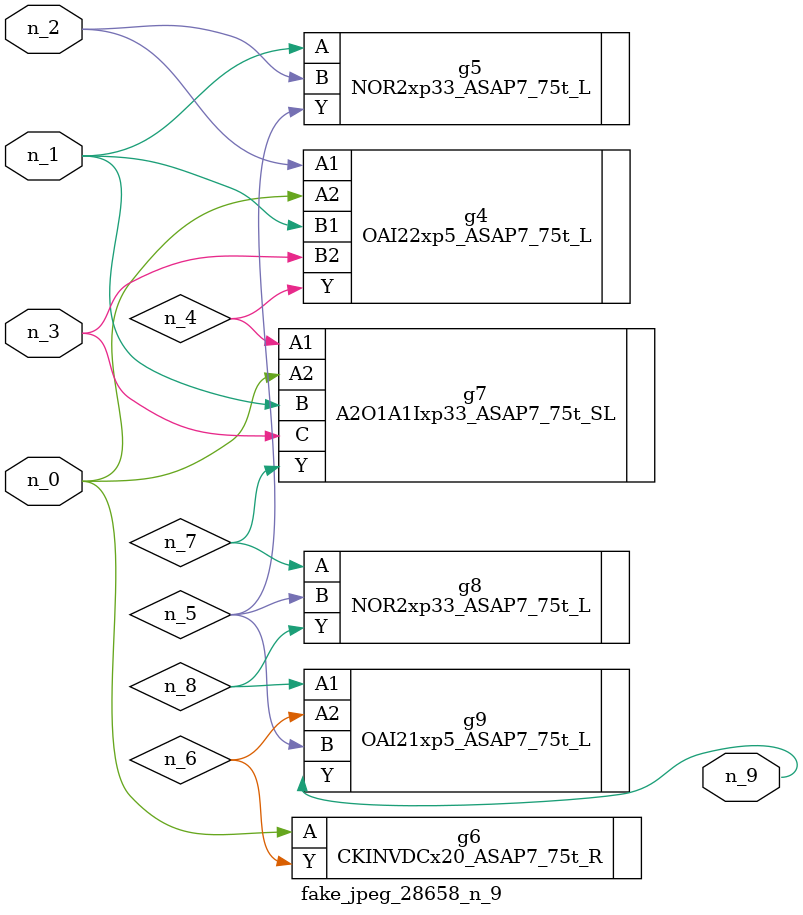
<source format=v>
module fake_jpeg_28658_n_9 (n_0, n_3, n_2, n_1, n_9);

input n_0;
input n_3;
input n_2;
input n_1;

output n_9;

wire n_4;
wire n_8;
wire n_6;
wire n_5;
wire n_7;

OAI22xp5_ASAP7_75t_L g4 ( 
.A1(n_2),
.A2(n_0),
.B1(n_1),
.B2(n_3),
.Y(n_4)
);

NOR2xp33_ASAP7_75t_L g5 ( 
.A(n_1),
.B(n_2),
.Y(n_5)
);

CKINVDCx20_ASAP7_75t_R g6 ( 
.A(n_0),
.Y(n_6)
);

A2O1A1Ixp33_ASAP7_75t_SL g7 ( 
.A1(n_4),
.A2(n_0),
.B(n_1),
.C(n_3),
.Y(n_7)
);

NOR2xp33_ASAP7_75t_L g8 ( 
.A(n_7),
.B(n_5),
.Y(n_8)
);

OAI21xp5_ASAP7_75t_L g9 ( 
.A1(n_8),
.A2(n_6),
.B(n_5),
.Y(n_9)
);


endmodule
</source>
